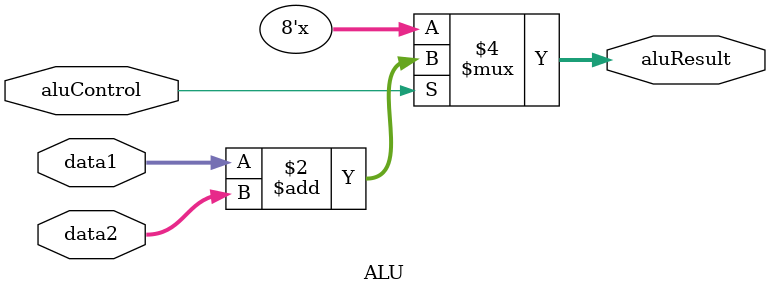
<source format=v>
`timescale 1ns / 1ps


module ALU(
  input  aluControl,
  input [7:0] data1,
  input [7:0] data2,
  output reg [7:0] aluResult
);

//aluControl tells if you need to add or not 
always @(*)
  begin
    if(aluControl)
        aluResult = data1 + data2;
  end

endmodule

</source>
